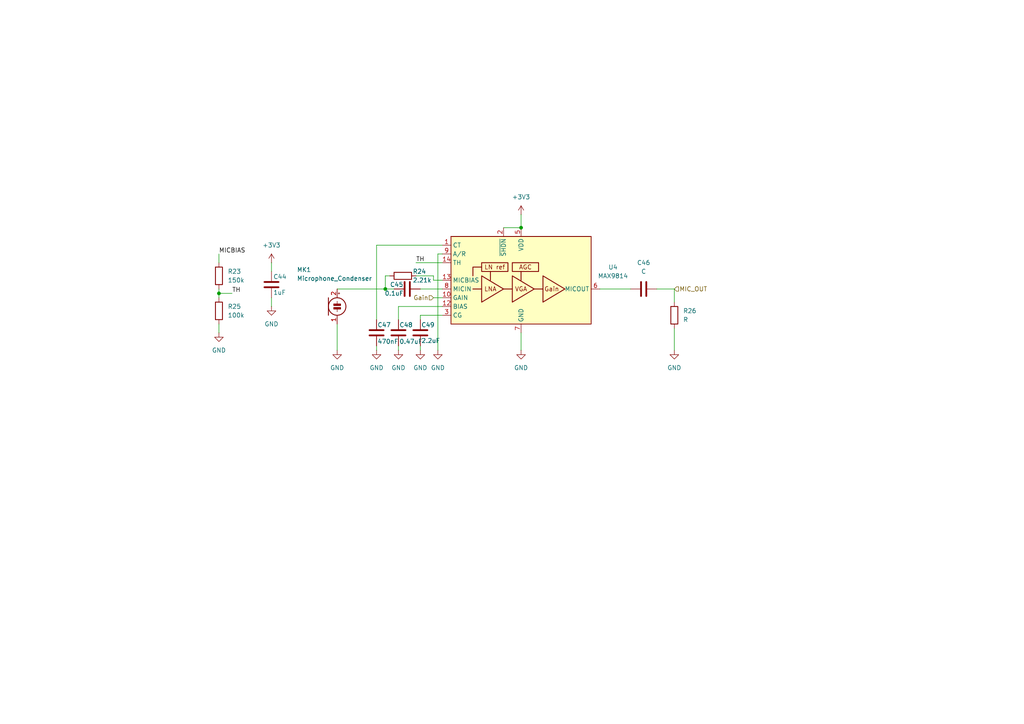
<source format=kicad_sch>
(kicad_sch (version 20231120) (generator "eeschema") (generator_version "8.0")
  (paper "A4")
  (lib_symbols
    (symbol "Amplifier_Audio:MAX9814"
      (property "Reference" "U" (at -20.32 13.97 0))
      (property "Value" "MAX9814" (at 11.43 13.97 0))
      (symbol "MAX9814_0_0"
        (rectangle (start -11.43 5.08) (end -3.81 2.54) (stroke (width 0.254)))
        (rectangle (start -2.54 5.08) (end 5.08 2.54) (stroke (width 0.254)))
        (polyline (pts (xy -11.43 -2.54) (xy -13.97 -2.54)) (stroke (width 0.254)))
        (polyline (pts (xy -8.89 2.54) (xy -8.89 0)) (stroke (width 0.254)))
        (polyline (pts (xy -2.54 -2.54) (xy -5.08 -2.54)) (stroke (width 0.254)))
        (polyline (pts (xy 0 2.54) (xy 0 0)) (stroke (width 0.254)))
        (polyline (pts (xy 3.81 -2.54) (xy 6.35 -2.54)) (stroke (width 0.254)))
        (polyline (pts (xy -11.43 3.81) (xy -13.97 3.81) (xy -13.97 1.27)) (stroke (width 0.254)))
        (polyline (pts (xy -5.08 -2.54) (xy -11.43 1.27) (xy -11.43 -6.35) (xy -5.08 -2.54)) (stroke (width 0.254)))
        (polyline (pts (xy 3.81 -2.54) (xy -2.54 1.27) (xy -2.54 -6.35) (xy 3.81 -2.54)) (stroke (width 0.254)))
        (polyline (pts (xy 12.7 -2.54) (xy 6.35 1.27) (xy 6.35 -6.35) (xy 12.7 -2.54)) (stroke (width 0.254)))
        (text "AGC" (at 1.27 3.81 0) (effects (font (size 1.27 1.27))))
        (text "Gain" (at 8.89 -2.54 0) (effects (font (size 1.27 1.27))))
        (text "LN ref" (at -7.62 3.81 0) (effects (font (size 1.27 1.27))))
        (text "LNA" (at -8.89 -2.54 0) (effects (font (size 1.27 1.27))))
        (text "VGA" (at 0 -2.54 0) (effects (font (size 1.27 1.27))))
      )
      (symbol "MAX9814_0_1"
        (rectangle (start -20.32 12.7) (end 20.32 -12.7) (stroke (width 0.254)) (fill (type background)))
      )
      (symbol "MAX9814_1_1"
        (pin input line (at -22.86 10.16 0) (length 2.54) (name "CT") (number "1"))
        (pin input line (at -22.86 -5.08 0) (length 2.54) (name "GAIN") (number "10"))
        (pin passive line (at 0 -15.24 90) (length 2.54) hide (name "GND") (number "11"))
        (pin passive line (at -22.86 -7.62 0) (length 2.54) (name "BIAS") (number "12"))
        (pin output line (at -22.86 0 0) (length 2.54) (name "MICBIAS") (number "13"))
        (pin input line (at -22.86 5.08 0) (length 2.54) (name "TH") (number "14"))
        (pin passive line (at 0 -15.24 90) (length 2.54) hide (name "GND") (number "15"))
        (pin input line (at -5.08 15.24 270) (length 2.54) (name "~{SHDN}") (number "2"))
        (pin passive line (at -22.86 -10.16 0) (length 2.54) (name "CG") (number "3"))
        (pin passive line (at 0 -15.24 90) (length 2.54) hide (name "GND") (number "4"))
        (pin power_in line (at 0 15.24 270) (length 2.54) (name "VDD") (number "5"))
        (pin output line (at 22.86 -2.54 180) (length 2.54) (name "MICOUT") (number "6"))
        (pin power_in line (at 0 -15.24 90) (length 2.54) (name "GND") (number "7"))
        (pin input line (at -22.86 -2.54 0) (length 2.54) (name "MICIN") (number "8"))
        (pin input line (at -22.86 7.62 0) (length 2.54) (name "A/R") (number "9"))
      )
    )
    (symbol "Device:C" (pin_numbers hide) (pin_names (offset 0.254))
      (property "Reference" "C" (at 0.635 2.54 0))
      (property "Value" "C" (at 0.635 -2.54 0))
      (symbol "C_0_1"
        (polyline (pts (xy -2.032 -0.762) (xy 2.032 -0.762)) (stroke (width 0.508)))
        (polyline (pts (xy -2.032 0.762) (xy 2.032 0.762)) (stroke (width 0.508)))
      )
      (symbol "C_1_1"
        (pin passive line (at 0 3.81 270) (length 2.794) (name "~") (number "1"))
        (pin passive line (at 0 -3.81 90) (length 2.794) (name "~") (number "2"))
      )
    )
    (symbol "Device:Microphone_Condenser" (pin_names (offset 0.0254) hide)
      (property "Reference" "MK" (at -3.302 1.27 0))
      (property "Value" "Microphone_Condenser" (at -3.302 -0.635 0))
      (symbol "Microphone_Condenser_0_1"
        (polyline (pts (xy -2.54 2.54) (xy -2.54 -2.54)) (stroke (width 0.254)))
        (polyline (pts (xy 0 -0.762) (xy 0 -1.524)))
        (polyline (pts (xy 0 0.762) (xy 0 1.524)))
        (polyline (pts (xy 0.254 3.81) (xy 0.762 3.81)))
        (polyline (pts (xy 0.508 4.064) (xy 0.508 3.556)))
        (circle (center 0 0) (radius 2.54) (stroke (width 0.254)))
        (rectangle (start 1.016 -0.254) (end -1.016 -0.762) (fill (type outline)))
        (rectangle (start 1.016 0.762) (end -1.016 0.254) (fill (type outline)))
      )
      (symbol "Microphone_Condenser_1_1"
        (pin passive line (at 0 -5.08 90) (length 2.54) (name "-") (number "1"))
        (pin passive line (at 0 5.08 270) (length 2.54) (name "+") (number "2"))
      )
    )
    (symbol "Device:R" (pin_numbers hide) (pin_names (offset 0))
      (property "Reference" "R" (at 2.032 0 90))
      (property "Value" "R" (at 0 0 90))
      (symbol "R_0_1"
        (rectangle (start -1.016 -2.54) (end 1.016 2.54) (stroke (width 0.254)))
      )
      (symbol "R_1_1"
        (pin passive line (at 0 3.81 270) (length 1.27) (name "~") (number "1"))
        (pin passive line (at 0 -3.81 90) (length 1.27) (name "~") (number "2"))
      )
    )
    (symbol "power:+3V3" (power) (pin_numbers hide) (pin_names (offset 0) hide)
      (property "Value" "+3V3" (at 0 3.556 0))
      (symbol "+3V3_0_1"
        (polyline (pts (xy -0.762 1.27) (xy 0 2.54)))
        (polyline (pts (xy 0 0) (xy 0 2.54)))
        (polyline (pts (xy 0 2.54) (xy 0.762 1.27)))
      )
      (symbol "+3V3_1_1"
        (pin power_in line (at 0 0 90) (length 0) (name "~") (number "1"))
      )
    )
    (symbol "power:GND" (power) (pin_numbers hide) (pin_names (offset 0) hide)
      (property "Value" "GND" (at 0 -3.81 0))
      (symbol "GND_0_1"
        (polyline (pts (xy 0 0) (xy 0 -1.27) (xy 1.27 -1.27) (xy 0 -2.54) (xy -1.27 -1.27) (xy 0 -1.27)))
      )
      (symbol "GND_1_1"
        (pin power_in line (at 0 0 270) (length 0) (name "~") (number "1"))
      )
    )
  )
  (junction (at 111.76 83.82))
  (junction (at 151.13 66.04))
  (junction (at 63.5 85.09))
  (wire (pts (xy 125.73 81.28) (xy 128.27 81.28)))
  (wire (pts (xy 97.79 93.98) (xy 97.79 101.6)))
  (wire (pts (xy 63.5 85.09) (xy 63.5 86.36)))
  (wire (pts (xy 109.22 71.12) (xy 109.22 92.71)))
  (wire (pts (xy 115.57 88.9) (xy 115.57 92.71)))
  (wire (pts (xy 125.73 80.01) (xy 125.73 81.28)))
  (wire (pts (xy 195.58 87.63) (xy 195.58 83.82)))
  (wire (pts (xy 109.22 100.33) (xy 109.22 101.6)))
  (wire (pts (xy 63.5 93.98) (xy 63.5 96.52)))
  (wire (pts (xy 111.76 83.82) (xy 114.3 83.82)))
  (wire (pts (xy 63.5 83.82) (xy 63.5 85.09)))
  (wire (pts (xy 121.92 91.44) (xy 121.92 92.71)))
  (wire (pts (xy 78.74 76.2) (xy 78.74 78.74)))
  (wire (pts (xy 120.65 80.01) (xy 125.73 80.01)))
  (wire (pts (xy 113.03 80.01) (xy 111.76 80.01)))
  (wire (pts (xy 128.27 71.12) (xy 109.22 71.12)))
  (wire (pts (xy 120.65 76.2) (xy 128.27 76.2)))
  (wire (pts (xy 195.58 83.82) (xy 190.5 83.82)))
  (wire (pts (xy 63.5 85.09) (xy 67.31 85.09)))
  (wire (pts (xy 128.27 73.66) (xy 127 73.66)))
  (wire (pts (xy 125.73 86.36) (xy 128.27 86.36)))
  (wire (pts (xy 63.5 73.66) (xy 63.5 76.2)))
  (wire (pts (xy 121.92 83.82) (xy 128.27 83.82)))
  (wire (pts (xy 78.74 86.36) (xy 78.74 88.9)))
  (wire (pts (xy 121.92 100.33) (xy 121.92 101.6)))
  (wire (pts (xy 195.58 95.25) (xy 195.58 101.6)))
  (wire (pts (xy 115.57 100.33) (xy 115.57 101.6)))
  (wire (pts (xy 128.27 91.44) (xy 121.92 91.44)))
  (wire (pts (xy 151.13 66.04) (xy 146.05 66.04)))
  (wire (pts (xy 127 73.66) (xy 127 101.6)))
  (wire (pts (xy 97.79 83.82) (xy 111.76 83.82)))
  (wire (pts (xy 173.99 83.82) (xy 182.88 83.82)))
  (wire (pts (xy 111.76 80.01) (xy 111.76 83.82)))
  (wire (pts (xy 151.13 96.52) (xy 151.13 101.6)))
  (wire (pts (xy 128.27 88.9) (xy 115.57 88.9)))
  (wire (pts (xy 151.13 62.23) (xy 151.13 66.04)))
  (label "MICBIAS" (at 63.5 73.66 0))
  (label "TH" (at 120.65 76.2 0))
  (label "TH" (at 67.31 85.09 0))
  (hierarchical_label "MIC_OUT" (shape input) (at 195.58 83.82 0))
  (hierarchical_label "Gain" (shape input) (at 125.73 86.36 180))
  (symbol (lib_id "power:GND") (at 121.92 101.6 0) (unit 1)
    (property "Reference" "#PWR054" (effects (hide yes)))
    (property "Value" "GND" (at 121.92 106.68 0))
    (property "Description" "Power symbol creates a global label with name \"GND\" , ground" (effects (hide yes)))
  )
  (symbol (lib_id "Device:R") (at 63.5 90.17 180) (unit 1)
    (property "Reference" "R25" (at 66.04 88.8999 0) (effects (justify right)))
    (property "Value" "100k" (at 66.04 91.4399 0) (effects (justify right)))
    (property "Description" "Resistor" (effects (hide yes)))
  )
  (symbol (lib_id "power:+3V3") (at 151.13 62.23 0) (unit 1)
    (property "Reference" "#PWR047" (effects (hide yes)))
    (property "Value" "+3V3" (at 151.13 57.15 0))
    (property "Description" "Power symbol creates a global label with name \"+3V3\"" (effects (hide yes)))
  )
  (symbol (lib_id "Device:C") (at 186.69 83.82 90) (unit 1)
    (property "Reference" "C46" (at 186.69 76.2 90))
    (property "Value" "C" (at 186.69 78.74 90))
    (property "Description" "Unpolarized capacitor" (effects (hide yes)))
  )
  (symbol (lib_id "Device:C") (at 109.22 96.52 0) (unit 1)
    (property "Reference" "C47" (at 109.474 94.234 0) (effects (justify left)))
    (property "Value" "470nF" (at 109.474 99.06 0) (effects (justify left)))
    (property "Description" "Unpolarized capacitor" (effects (hide yes)))
  )
  (symbol (lib_id "Device:C") (at 78.74 82.55 0) (unit 1)
    (property "Reference" "C44" (at 79.248 80.264 0) (effects (justify left)))
    (property "Value" "1uF" (at 79.248 84.836 0) (effects (justify left)))
    (property "Description" "Unpolarized capacitor" (effects (hide yes)))
  )
  (symbol (lib_id "Device:C") (at 118.11 83.82 90) (unit 1)
    (property "Reference" "C45" (at 115.062 82.55 90))
    (property "Value" "0.1uF" (at 114.3 85.09 90))
    (property "Description" "Unpolarized capacitor" (effects (hide yes)))
  )
  (symbol (lib_id "power:GND") (at 63.5 96.52 0) (unit 1)
    (property "Reference" "#PWR050" (effects (hide yes)))
    (property "Value" "GND" (at 63.5 101.6 0))
    (property "Description" "Power symbol creates a global label with name \"GND\" , ground" (effects (hide yes)))
  )
  (symbol (lib_id "power:GND") (at 97.79 101.6 0) (unit 1)
    (property "Reference" "#PWR051" (effects (hide yes)))
    (property "Value" "GND" (at 97.79 106.68 0))
    (property "Description" "Power symbol creates a global label with name \"GND\" , ground" (effects (hide yes)))
  )
  (symbol (lib_id "power:GND") (at 151.13 101.6 0) (unit 1)
    (property "Reference" "#PWR056" (effects (hide yes)))
    (property "Value" "GND" (at 151.13 106.68 0))
    (property "Description" "Power symbol creates a global label with name \"GND\" , ground" (effects (hide yes)))
  )
  (symbol (lib_id "Device:C") (at 121.92 96.52 0) (unit 1)
    (property "Reference" "C49" (at 122.174 94.234 0) (effects (justify left)))
    (property "Value" "2.2uF" (at 122.174 98.806 0) (effects (justify left)))
    (property "Description" "Unpolarized capacitor" (effects (hide yes)))
  )
  (symbol (lib_id "Device:R") (at 116.84 80.01 90) (unit 1)
    (property "Reference" "R24" (at 121.666 78.74 90))
    (property "Value" "2.21k" (at 122.428 81.28 90))
    (property "Description" "Resistor" (effects (hide yes)))
  )
  (symbol (lib_id "Device:R") (at 195.58 91.44 0) (unit 1)
    (property "Reference" "R26" (at 198.12 90.1699 0) (effects (justify left)))
    (property "Value" "R" (at 198.12 92.7099 0) (effects (justify left)))
    (property "Description" "Resistor" (effects (hide yes)))
  )
  (symbol (lib_id "Amplifier_Audio:MAX9814") (at 151.13 81.28 0) (unit 1)
    (property "Reference" "U4" (at 177.8 77.5014 0))
    (property "Value" "MAX9814" (at 177.8 80.0414 0))
    (property "Footprint" "Package_DFN_QFN:DFN-14-1EP_3x3mm_P0.4mm_EP1.78x2.35mm" (effects (hide yes)))
    (property "Datasheet" "https://datasheets.maximintegrated.com/en/ds/MAX9814.pdf" (effects (hide yes)))
    (property "Description" "Microphone Amplifier with AGC and Low-Noise Microphone Bias, TDFN-14" (effects (hide yes)))
  )
  (symbol (lib_id "power:+3V3") (at 78.74 76.2 0) (unit 1)
    (property "Reference" "#PWR048" (effects (hide yes)))
    (property "Value" "+3V3" (at 78.74 71.12 0))
    (property "Description" "Power symbol creates a global label with name \"+3V3\"" (effects (hide yes)))
  )
  (symbol (lib_id "power:GND") (at 109.22 101.6 0) (unit 1)
    (property "Reference" "#PWR052" (effects (hide yes)))
    (property "Value" "GND" (at 109.22 106.68 0))
    (property "Description" "Power symbol creates a global label with name \"GND\" , ground" (effects (hide yes)))
  )
  (symbol (lib_id "Device:C") (at 115.57 96.52 0) (unit 1)
    (property "Reference" "C48" (at 115.824 94.234 0) (effects (justify left)))
    (property "Value" "0.47uF" (at 115.824 99.06 0) (effects (justify left)))
    (property "Description" "Unpolarized capacitor" (effects (hide yes)))
  )
  (symbol (lib_id "power:GND") (at 115.57 101.6 0) (unit 1)
    (property "Reference" "#PWR053" (effects (hide yes)))
    (property "Value" "GND" (at 115.57 106.68 0))
    (property "Description" "Power symbol creates a global label with name \"GND\" , ground" (effects (hide yes)))
  )
  (symbol (lib_id "power:GND") (at 78.74 88.9 0) (unit 1)
    (property "Reference" "#PWR049" (effects (hide yes)))
    (property "Value" "GND" (at 78.74 93.98 0))
    (property "Description" "Power symbol creates a global label with name \"GND\" , ground" (effects (hide yes)))
  )
  (symbol (lib_id "Device:Microphone_Condenser") (at 97.79 88.9 0) (unit 1)
    (property "Reference" "MK1" (at 86.106 78.232 0) (effects (justify left)))
    (property "Value" "Microphone_Condenser" (at 86.106 80.772 0) (effects (justify left)))
    (property "Description" "Condenser microphone" (effects (hide yes)))
  )
  (symbol (lib_id "power:GND") (at 195.58 101.6 0) (unit 1)
    (property "Reference" "#PWR057" (effects (hide yes)))
    (property "Value" "GND" (at 195.58 106.68 0))
    (property "Description" "Power symbol creates a global label with name \"GND\" , ground" (effects (hide yes)))
  )
  (symbol (lib_id "power:GND") (at 127 101.6 0) (unit 1)
    (property "Reference" "#PWR055" (effects (hide yes)))
    (property "Value" "GND" (at 127 106.68 0))
    (property "Description" "Power symbol creates a global label with name \"GND\" , ground" (effects (hide yes)))
  )
  (symbol (lib_id "Device:R") (at 63.5 80.01 180) (unit 1)
    (property "Reference" "R23" (at 66.04 78.7399 0) (effects (justify right)))
    (property "Value" "150k" (at 66.04 81.2799 0) (effects (justify right)))
    (property "Description" "Resistor" (effects (hide yes)))
  )
)
</source>
